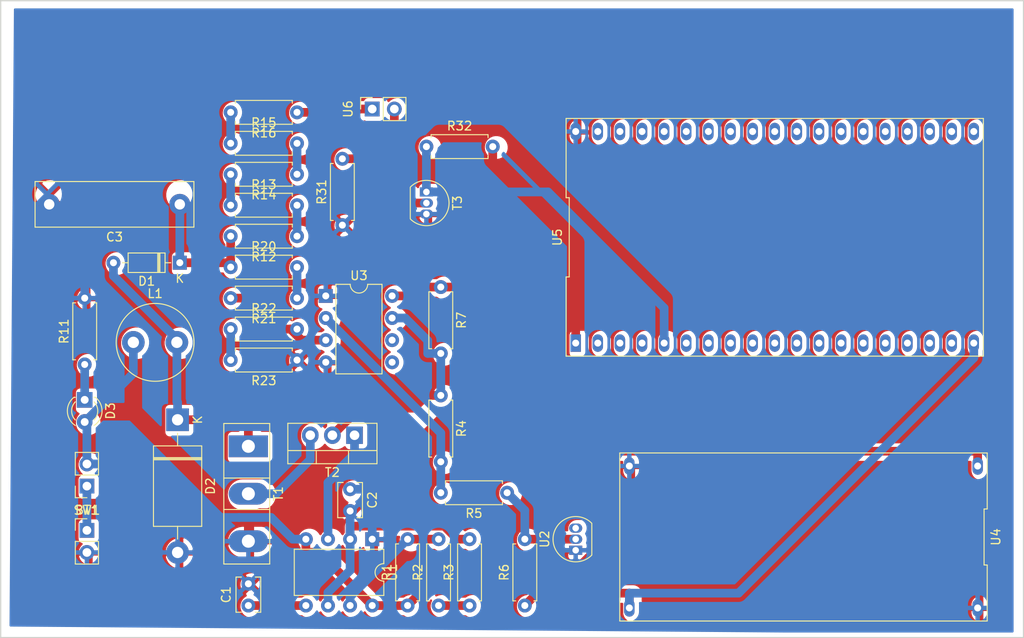
<source format=kicad_pcb>
(kicad_pcb (version 20171130) (host pcbnew "(5.1.9)-1")
  (layers (0 F.Cu signal) (31 B.Cu signal) (34 B.Paste user) (35 F.Paste user) (36 B.SilkS user) (37 F.SilkS user) (38 B.Mask user) (39 F.Mask user) (44 Edge.Cuts user))
  (net 0 "")
  (net 1 GND)
  (net 2 "Net-(BT1-Pad1)")
  (net 3 "Net-(C1-Pad1)")
  (net 4 "Net-(C2-Pad2)")
  (net 5 "Net-(C3-Pad1)")
  (net 6 "Net-(D1-Pad2)")
  (net 7 +8V)
  (net 8 "Net-(D3-Pad1)")
  (net 9 "Net-(R1-Pad2)")
  (net 10 "Net-(R2-Pad1)")
  (net 11 "Net-(R4-Pad2)")
  (net 12 "Net-(R4-Pad1)")
  (net 13 "Net-(R5-Pad1)")
  (net 14 +5V)
  (net 15 "Net-(R12-Pad1)")
  (net 16 "Net-(R13-Pad1)")
  (net 17 "Net-(R14-Pad1)")
  (net 18 "Net-(R15-Pad1)")
  (net 19 "Net-(R16-Pad1)")
  (net 20 "Net-(R20-Pad2)")
  (net 21 "Net-(R21-Pad2)")
  (net 22 "Net-(R22-Pad1)")
  (net 23 "Net-(R31-Pad2)")
  (net 24 "Net-(R32-Pad2)")
  (net 25 "Net-(R32-Pad1)")
  (net 26 "Net-(T1-Pad2)")
  (net 27 "Net-(T2-Pad1)")
  (net 28 "Net-(U3-Pad6)")
  (net 29 "Net-(U3-Pad5)")
  (net 30 "Net-(U5-Pad20)")
  (net 31 "Net-(U5-Pad18)")
  (net 32 "Net-(U5-Pad21)")
  (net 33 "Net-(U5-Pad17)")
  (net 34 "Net-(U5-Pad22)")
  (net 35 "Net-(U5-Pad16)")
  (net 36 "Net-(U5-Pad23)")
  (net 37 "Net-(U5-Pad15)")
  (net 38 "Net-(U5-Pad24)")
  (net 39 "Net-(U5-Pad14)")
  (net 40 "Net-(U5-Pad25)")
  (net 41 "Net-(U5-Pad13)")
  (net 42 "Net-(U5-Pad26)")
  (net 43 "Net-(U5-Pad12)")
  (net 44 "Net-(U5-Pad27)")
  (net 45 "Net-(U5-Pad11)")
  (net 46 "Net-(U5-Pad28)")
  (net 47 "Net-(U5-Pad10)")
  (net 48 "Net-(U5-Pad29)")
  (net 49 "Net-(U5-Pad9)")
  (net 50 "Net-(U5-Pad30)")
  (net 51 "Net-(U5-Pad8)")
  (net 52 "Net-(U5-Pad31)")
  (net 53 "Net-(U5-Pad7)")
  (net 54 "Net-(U5-Pad32)")
  (net 55 "Net-(U5-Pad6)")
  (net 56 "Net-(U5-Pad33)")
  (net 57 "Net-(U5-Pad34)")
  (net 58 "Net-(U5-Pad4)")
  (net 59 "Net-(U5-Pad35)")
  (net 60 "Net-(U5-Pad3)")
  (net 61 "Net-(U5-Pad36)")
  (net 62 "Net-(U5-Pad2)")
  (net 63 "Net-(U5-Pad37)")
  (module Resistor_THT:R_Axial_DIN0207_L6.3mm_D2.5mm_P7.62mm_Horizontal (layer F.Cu) (at 51.816 165.862 180)
    (fp_text reference R23 (at 3.81 -2.37) (layer F.SilkS))
    (fp_text value 3.3k)
    (pad 2 thru_hole oval (at 7.62 0 180) (size 1.6 1.6) (drill 0.8) (layers *.Cu *.Mask) (net 22 "Net-(R22-Pad1)"))
    (pad 1 thru_hole circle (at 0 0 180) (size 1.6 1.6) (drill 0.8) (layers *.Cu *.Mask) (net 1 GND))
  )
  (module Connector_PinSocket_2.54mm:PinSocket_1x02_P2.54mm_Vertical (layer F.Cu) (at 60.452 137.033 90)
    (fp_text reference U6 (at 0 -2.77 90) (layer F.SilkS))
    (fp_text value GEIGERTUBE-STS6)
    (pad 2 thru_hole oval (at 0 2.54 90) (size 1.7 1.7) (drill 1) (layers *.Cu *.Mask) (net 23 "Net-(R31-Pad2)"))
    (pad 1 thru_hole rect (at 0 0 90) (size 1.7 1.7) (drill 1) (layers *.Cu *.Mask) (net 19 "Net-(R16-Pad1)"))
  )
  (module geiger:nodemcu32_zwyczajowy (layer F.Cu) (at 106.68 151.765)
    (fp_text reference U5 (at -24.96 0 90) (layer F.SilkS))
    (fp_text value nodemcu-esp32)
    (pad 19 thru_hole oval (at 22.86 12.15) (size 1.2 2) (drill 0.8) (layers *.Cu *.Mask) (net 14 +5V))
    (pad 20 thru_hole oval (at 22.86 -12.15) (size 1.2 2) (drill 0.8) (layers *.Cu *.Mask) (net 30 "Net-(U5-Pad20)"))
    (pad 18 thru_hole oval (at 20.32 12.15) (size 1.2 2) (drill 0.8) (layers *.Cu *.Mask) (net 31 "Net-(U5-Pad18)"))
    (pad 21 thru_hole oval (at 20.32 -12.15) (size 1.2 2) (drill 0.8) (layers *.Cu *.Mask) (net 32 "Net-(U5-Pad21)"))
    (pad 17 thru_hole oval (at 17.78 12.15) (size 1.2 2) (drill 0.8) (layers *.Cu *.Mask) (net 33 "Net-(U5-Pad17)"))
    (pad 22 thru_hole oval (at 17.78 -12.15) (size 1.2 2) (drill 0.8) (layers *.Cu *.Mask) (net 34 "Net-(U5-Pad22)"))
    (pad 16 thru_hole oval (at 15.24 12.15) (size 1.2 2) (drill 0.8) (layers *.Cu *.Mask) (net 35 "Net-(U5-Pad16)"))
    (pad 23 thru_hole oval (at 15.24 -12.15) (size 1.2 2) (drill 0.8) (layers *.Cu *.Mask) (net 36 "Net-(U5-Pad23)"))
    (pad 15 thru_hole oval (at 12.7 12.15) (size 1.2 2) (drill 0.8) (layers *.Cu *.Mask) (net 37 "Net-(U5-Pad15)"))
    (pad 24 thru_hole oval (at 12.7 -12.15) (size 1.2 2) (drill 0.8) (layers *.Cu *.Mask) (net 38 "Net-(U5-Pad24)"))
    (pad 14 thru_hole oval (at 10.16 12.15) (size 1.2 2) (drill 0.8) (layers *.Cu *.Mask) (net 39 "Net-(U5-Pad14)"))
    (pad 25 thru_hole oval (at 10.16 -12.15) (size 1.2 2) (drill 0.8) (layers *.Cu *.Mask) (net 40 "Net-(U5-Pad25)"))
    (pad 13 thru_hole oval (at 7.62 12.15) (size 1.2 2) (drill 0.8) (layers *.Cu *.Mask) (net 41 "Net-(U5-Pad13)"))
    (pad 26 thru_hole oval (at 7.62 -12.15) (size 1.2 2) (drill 0.8) (layers *.Cu *.Mask) (net 42 "Net-(U5-Pad26)"))
    (pad 12 thru_hole oval (at 5.08 12.15) (size 1.2 2) (drill 0.8) (layers *.Cu *.Mask) (net 43 "Net-(U5-Pad12)"))
    (pad 27 thru_hole oval (at 5.08 -12.15) (size 1.2 2) (drill 0.8) (layers *.Cu *.Mask) (net 44 "Net-(U5-Pad27)"))
    (pad 11 thru_hole oval (at 2.54 12.15) (size 1.2 2) (drill 0.8) (layers *.Cu *.Mask) (net 45 "Net-(U5-Pad11)"))
    (pad 28 thru_hole oval (at 2.54 -12.15) (size 1.2 2) (drill 0.8) (layers *.Cu *.Mask) (net 46 "Net-(U5-Pad28)"))
    (pad 10 thru_hole oval (at 0 12.15) (size 1.2 2) (drill 0.8) (layers *.Cu *.Mask) (net 47 "Net-(U5-Pad10)"))
    (pad 29 thru_hole oval (at 0 -12.15) (size 1.2 2) (drill 0.8) (layers *.Cu *.Mask) (net 48 "Net-(U5-Pad29)"))
    (pad 9 thru_hole oval (at -2.54 12.15) (size 1.2 2) (drill 0.8) (layers *.Cu *.Mask) (net 49 "Net-(U5-Pad9)"))
    (pad 30 thru_hole oval (at -2.54 -12.15) (size 1.2 2) (drill 0.8) (layers *.Cu *.Mask) (net 50 "Net-(U5-Pad30)"))
    (pad 8 thru_hole oval (at -5.08 12.15) (size 1.2 2) (drill 0.8) (layers *.Cu *.Mask) (net 51 "Net-(U5-Pad8)"))
    (pad 31 thru_hole oval (at -5.08 -12.15) (size 1.2 2) (drill 0.8) (layers *.Cu *.Mask) (net 52 "Net-(U5-Pad31)"))
    (pad 7 thru_hole oval (at -7.62 12.15) (size 1.2 2) (drill 0.8) (layers *.Cu *.Mask) (net 53 "Net-(U5-Pad7)"))
    (pad 32 thru_hole oval (at -7.62 -12.15) (size 1.2 2) (drill 0.8) (layers *.Cu *.Mask) (net 54 "Net-(U5-Pad32)"))
    (pad 6 thru_hole oval (at -10.16 12.15) (size 1.2 2) (drill 0.8) (layers *.Cu *.Mask) (net 55 "Net-(U5-Pad6)"))
    (pad 33 thru_hole oval (at -10.16 -12.15) (size 1.2 2) (drill 0.8) (layers *.Cu *.Mask) (net 56 "Net-(U5-Pad33)"))
    (pad 5 thru_hole oval (at -12.7 12.15) (size 1.2 2) (drill 0.8) (layers *.Cu *.Mask) (net 25 "Net-(R32-Pad1)"))
    (pad 34 thru_hole oval (at -12.7 -12.15) (size 1.2 2) (drill 0.8) (layers *.Cu *.Mask) (net 57 "Net-(U5-Pad34)"))
    (pad 4 thru_hole oval (at -15.24 12.15) (size 1.2 2) (drill 0.8) (layers *.Cu *.Mask) (net 58 "Net-(U5-Pad4)"))
    (pad 35 thru_hole oval (at -15.24 -12.15) (size 1.2 2) (drill 0.8) (layers *.Cu *.Mask) (net 59 "Net-(U5-Pad35)"))
    (pad 3 thru_hole oval (at -17.78 12.15) (size 1.2 2) (drill 0.8) (layers *.Cu *.Mask) (net 60 "Net-(U5-Pad3)"))
    (pad 36 thru_hole oval (at -17.78 -12.15) (size 1.2 2) (drill 0.8) (layers *.Cu *.Mask) (net 61 "Net-(U5-Pad36)"))
    (pad 2 thru_hole oval (at -20.32 12.15) (size 1.2 2) (drill 0.8) (layers *.Cu *.Mask) (net 62 "Net-(U5-Pad2)"))
    (pad 37 thru_hole oval (at -20.32 -12.15) (size 1.2 2) (drill 0.8) (layers *.Cu *.Mask) (net 63 "Net-(U5-Pad37)"))
    (pad 1 thru_hole rect (at -22.86 12.15) (size 1.2 2) (drill 0.8) (layers *.Cu *.Mask) (net 24 "Net-(R32-Pad2)"))
    (pad 38 thru_hole oval (at -22.86 -12.15) (size 1.2 2) (drill 0.8) (layers *.Cu *.Mask) (net 1 GND))
  )
  (module geiger:DIP-4_641_ELL (layer F.Cu) (at 109.982 186.182 180)
    (fp_text reference U4 (at -22.1 0 90) (layer F.SilkS))
    (fp_text value STEP-DOWN-5V)
    (pad 2 thru_hole oval (at 20 8.15 180) (size 1.2 2) (drill 0.8) (layers *.Cu *.Mask) (net 1 GND))
    (pad 3 thru_hole oval (at 20 -8.15 180) (size 1.2 2) (drill 0.8) (layers *.Cu *.Mask) (net 14 +5V))
    (pad 1 thru_hole oval (at -20 8.15 180) (size 1.2 2) (drill 0.8) (layers *.Cu *.Mask) (net 7 +8V))
    (pad 4 thru_hole oval (at -20 -8.15 180) (size 1.2 2) (drill 0.8) (layers *.Cu *.Mask) (net 1 GND))
  )
  (module Package_DIP:DIP-8_W7.62mm (layer F.Cu) (at 55.118 158.496)
    (fp_text reference U3 (at 3.81 -2.33) (layer F.SilkS))
    (fp_text value LM311)
    (pad 8 thru_hole oval (at 7.62 0) (size 1.6 1.6) (drill 0.8) (layers *.Cu *.Mask) (net 7 +8V))
    (pad 4 thru_hole oval (at 0 7.62) (size 1.6 1.6) (drill 0.8) (layers *.Cu *.Mask) (net 1 GND))
    (pad 7 thru_hole oval (at 7.62 2.54) (size 1.6 1.6) (drill 0.8) (layers *.Cu *.Mask) (net 12 "Net-(R4-Pad1)"))
    (pad 3 thru_hole oval (at 0 5.08) (size 1.6 1.6) (drill 0.8) (layers *.Cu *.Mask) (net 21 "Net-(R21-Pad2)"))
    (pad 6 thru_hole oval (at 7.62 5.08) (size 1.6 1.6) (drill 0.8) (layers *.Cu *.Mask) (net 28 "Net-(U3-Pad6)"))
    (pad 2 thru_hole oval (at 0 2.54) (size 1.6 1.6) (drill 0.8) (layers *.Cu *.Mask) (net 11 "Net-(R4-Pad2)"))
    (pad 5 thru_hole oval (at 7.62 7.62) (size 1.6 1.6) (drill 0.8) (layers *.Cu *.Mask) (net 29 "Net-(U3-Pad5)"))
    (pad 1 thru_hole rect (at 0 0) (size 1.6 1.6) (drill 0.8) (layers *.Cu *.Mask) (net 1 GND))
  )
  (module Package_TO_SOT_THT:TO-92_Inline (layer F.Cu) (at 83.82 187.706 90)
    (fp_text reference U2 (at 1.27 -3.56 90) (layer F.SilkS))
    (fp_text value LM336Z25)
    (pad 1 thru_hole rect (at 0 0 90) (size 1.05 1.5) (drill 0.75) (layers *.Cu *.Mask) (net 1 GND))
    (pad 3 thru_hole oval (at 2.54 0 90) (size 1.05 1.5) (drill 0.75) (layers *.Cu *.Mask))
    (pad 2 thru_hole oval (at 1.27 0 90) (size 1.05 1.5) (drill 0.75) (layers *.Cu *.Mask) (net 13 "Net-(R5-Pad1)"))
  )
  (module Package_DIP:DIP-8_W7.62mm (layer F.Cu) (at 60.452 186.436 270)
    (fp_text reference U1 (at 3.81 -2.33 90) (layer F.SilkS))
    (fp_text value NE555P)
    (pad 8 thru_hole oval (at 7.62 0 270) (size 1.6 1.6) (drill 0.8) (layers *.Cu *.Mask) (net 7 +8V))
    (pad 4 thru_hole oval (at 0 7.62 270) (size 1.6 1.6) (drill 0.8) (layers *.Cu *.Mask) (net 7 +8V))
    (pad 7 thru_hole oval (at 7.62 2.54 270) (size 1.6 1.6) (drill 0.8) (layers *.Cu *.Mask) (net 9 "Net-(R1-Pad2)"))
    (pad 3 thru_hole oval (at 0 5.08 270) (size 1.6 1.6) (drill 0.8) (layers *.Cu *.Mask) (net 27 "Net-(T2-Pad1)"))
    (pad 6 thru_hole oval (at 7.62 5.08 270) (size 1.6 1.6) (drill 0.8) (layers *.Cu *.Mask) (net 4 "Net-(C2-Pad2)"))
    (pad 2 thru_hole oval (at 0 2.54 270) (size 1.6 1.6) (drill 0.8) (layers *.Cu *.Mask) (net 4 "Net-(C2-Pad2)"))
    (pad 5 thru_hole oval (at 7.62 7.62 270) (size 1.6 1.6) (drill 0.8) (layers *.Cu *.Mask) (net 3 "Net-(C1-Pad1)"))
    (pad 1 thru_hole rect (at 0 0 270) (size 1.6 1.6) (drill 0.8) (layers *.Cu *.Mask) (net 1 GND))
  )
  (module Package_TO_SOT_THT:TO-92_Inline (layer F.Cu) (at 66.675 146.558 270)
    (fp_text reference T3 (at 1.27 -3.56 90) (layer F.SilkS))
    (fp_text value BC517)
    (pad 1 thru_hole rect (at 0 0 270) (size 1.05 1.5) (drill 0.75) (layers *.Cu *.Mask) (net 25 "Net-(R32-Pad1)"))
    (pad 3 thru_hole oval (at 2.54 0 270) (size 1.05 1.5) (drill 0.75) (layers *.Cu *.Mask) (net 1 GND))
    (pad 2 thru_hole oval (at 1.27 0 270) (size 1.05 1.5) (drill 0.75) (layers *.Cu *.Mask) (net 23 "Net-(R31-Pad2)"))
  )
  (module Package_TO_SOT_THT:TO-220-3_Vertical (layer F.Cu) (at 58.42 174.498 180)
    (fp_text reference T2 (at 2.54 -4.27) (layer F.SilkS))
    (fp_text value P55NF06)
    (pad 3 thru_hole oval (at 5.08 0 180) (size 1.905 2) (drill 1.1) (layers *.Cu *.Mask) (net 26 "Net-(T1-Pad2)"))
    (pad 2 thru_hole oval (at 2.54 0 180) (size 1.905 2) (drill 1.1) (layers *.Cu *.Mask) (net 12 "Net-(R4-Pad1)"))
    (pad 1 thru_hole rect (at 0 0 180) (size 1.905 2) (drill 1.1) (layers *.Cu *.Mask) (net 27 "Net-(T2-Pad1)"))
  )
  (module Package_TO_SOT_THT:TO-247-3_Vertical (layer F.Cu) (at 46.228 175.768 270)
    (fp_text reference T1 (at 5.45 -3.45 90) (layer F.SilkS))
    (fp_text value IRFP450)
    (pad 3 thru_hole oval (at 10.9 0 270) (size 2.5 4.5) (drill 1.5) (layers *.Cu *.Mask) (net 1 GND))
    (pad 2 thru_hole oval (at 5.45 0 270) (size 2.5 4.5) (drill 1.5) (layers *.Cu *.Mask) (net 26 "Net-(T1-Pad2)"))
    (pad 1 thru_hole rect (at 0 0 270) (size 2.5 4.5) (drill 1.5) (layers *.Cu *.Mask) (net 6 "Net-(D1-Pad2)"))
  )
  (module Connector_PinSocket_2.54mm:PinSocket_1x02_P2.54mm_Vertical (layer F.Cu) (at 27.686 180.34 180)
    (fp_text reference SW1 (at 0 -2.77) (layer F.SilkS))
    (fp_text value SW_SPST)
    (pad 2 thru_hole oval (at 0 2.54 180) (size 1.7 1.7) (drill 1) (layers *.Cu *.Mask) (net 7 +8V))
    (pad 1 thru_hole rect (at 0 0 180) (size 1.7 1.7) (drill 1) (layers *.Cu *.Mask) (net 2 "Net-(BT1-Pad1)"))
  )
  (module Resistor_THT:R_Axial_DIN0207_L6.3mm_D2.5mm_P7.62mm_Horizontal (layer F.Cu) (at 66.675 141.351)
    (fp_text reference R32 (at 3.81 -2.37) (layer F.SilkS))
    (fp_text value 1K)
    (pad 2 thru_hole oval (at 7.62 0) (size 1.6 1.6) (drill 0.8) (layers *.Cu *.Mask) (net 24 "Net-(R32-Pad2)"))
    (pad 1 thru_hole circle (at 0 0) (size 1.6 1.6) (drill 0.8) (layers *.Cu *.Mask) (net 25 "Net-(R32-Pad1)"))
  )
  (module Resistor_THT:R_Axial_DIN0207_L6.3mm_D2.5mm_P7.62mm_Horizontal (layer F.Cu) (at 57.023 150.368 90)
    (fp_text reference R31 (at 3.81 -2.37 90) (layer F.SilkS))
    (fp_text value 100k)
    (pad 2 thru_hole oval (at 7.62 0 90) (size 1.6 1.6) (drill 0.8) (layers *.Cu *.Mask) (net 23 "Net-(R31-Pad2)"))
    (pad 1 thru_hole circle (at 0 0 90) (size 1.6 1.6) (drill 0.8) (layers *.Cu *.Mask) (net 1 GND))
  )
  (module Resistor_THT:R_Axial_DIN0207_L6.3mm_D2.5mm_P7.62mm_Horizontal (layer F.Cu) (at 44.196 162.306)
    (fp_text reference R22 (at 3.81 -2.37) (layer F.SilkS))
    (fp_text value 3.3k)
    (pad 2 thru_hole oval (at 7.62 0) (size 1.6 1.6) (drill 0.8) (layers *.Cu *.Mask) (net 21 "Net-(R21-Pad2)"))
    (pad 1 thru_hole circle (at 0 0) (size 1.6 1.6) (drill 0.8) (layers *.Cu *.Mask) (net 22 "Net-(R22-Pad1)"))
  )
  (module Resistor_THT:R_Axial_DIN0207_L6.3mm_D2.5mm_P7.62mm_Horizontal (layer F.Cu) (at 51.816 158.75 180)
    (fp_text reference R21 (at 3.81 -2.37) (layer F.SilkS))
    (fp_text value 100k)
    (pad 2 thru_hole oval (at 7.62 0 180) (size 1.6 1.6) (drill 0.8) (layers *.Cu *.Mask) (net 21 "Net-(R21-Pad2)"))
    (pad 1 thru_hole circle (at 0 0 180) (size 1.6 1.6) (drill 0.8) (layers *.Cu *.Mask) (net 20 "Net-(R20-Pad2)"))
  )
  (module Resistor_THT:R_Axial_DIN0207_L6.3mm_D2.5mm_P7.62mm_Horizontal (layer F.Cu) (at 44.196 155.194)
    (fp_text reference R20 (at 3.81 -2.37) (layer F.SilkS))
    (fp_text value 1M)
    (pad 2 thru_hole oval (at 7.62 0) (size 1.6 1.6) (drill 0.8) (layers *.Cu *.Mask) (net 20 "Net-(R20-Pad2)"))
    (pad 1 thru_hole circle (at 0 0) (size 1.6 1.6) (drill 0.8) (layers *.Cu *.Mask) (net 5 "Net-(C3-Pad1)"))
  )
  (module Resistor_THT:R_Axial_DIN0207_L6.3mm_D2.5mm_P7.62mm_Horizontal (layer F.Cu) (at 51.816 137.414 180)
    (fp_text reference R16 (at 3.81 -2.37) (layer F.SilkS))
    (fp_text value 1M)
    (pad 2 thru_hole oval (at 7.62 0 180) (size 1.6 1.6) (drill 0.8) (layers *.Cu *.Mask) (net 18 "Net-(R15-Pad1)"))
    (pad 1 thru_hole circle (at 0 0 180) (size 1.6 1.6) (drill 0.8) (layers *.Cu *.Mask) (net 19 "Net-(R16-Pad1)"))
  )
  (module Resistor_THT:R_Axial_DIN0207_L6.3mm_D2.5mm_P7.62mm_Horizontal (layer F.Cu) (at 44.196 140.97)
    (fp_text reference R15 (at 3.81 -2.37) (layer F.SilkS))
    (fp_text value 1M)
    (pad 2 thru_hole oval (at 7.62 0) (size 1.6 1.6) (drill 0.8) (layers *.Cu *.Mask) (net 17 "Net-(R14-Pad1)"))
    (pad 1 thru_hole circle (at 0 0) (size 1.6 1.6) (drill 0.8) (layers *.Cu *.Mask) (net 18 "Net-(R15-Pad1)"))
  )
  (module Resistor_THT:R_Axial_DIN0207_L6.3mm_D2.5mm_P7.62mm_Horizontal (layer F.Cu) (at 51.816 144.526 180)
    (fp_text reference R14 (at 3.81 -2.37) (layer F.SilkS))
    (fp_text value 1M)
    (pad 2 thru_hole oval (at 7.62 0 180) (size 1.6 1.6) (drill 0.8) (layers *.Cu *.Mask) (net 16 "Net-(R13-Pad1)"))
    (pad 1 thru_hole circle (at 0 0 180) (size 1.6 1.6) (drill 0.8) (layers *.Cu *.Mask) (net 17 "Net-(R14-Pad1)"))
  )
  (module Resistor_THT:R_Axial_DIN0207_L6.3mm_D2.5mm_P7.62mm_Horizontal (layer F.Cu) (at 44.196 148.082)
    (fp_text reference R13 (at 3.81 -2.37) (layer F.SilkS))
    (fp_text value 1M)
    (pad 2 thru_hole oval (at 7.62 0) (size 1.6 1.6) (drill 0.8) (layers *.Cu *.Mask) (net 15 "Net-(R12-Pad1)"))
    (pad 1 thru_hole circle (at 0 0) (size 1.6 1.6) (drill 0.8) (layers *.Cu *.Mask) (net 16 "Net-(R13-Pad1)"))
  )
  (module Resistor_THT:R_Axial_DIN0207_L6.3mm_D2.5mm_P7.62mm_Horizontal (layer F.Cu) (at 51.816 151.638 180)
    (fp_text reference R12 (at 3.81 -2.37) (layer F.SilkS))
    (fp_text value 1M)
    (pad 2 thru_hole oval (at 7.62 0 180) (size 1.6 1.6) (drill 0.8) (layers *.Cu *.Mask) (net 5 "Net-(C3-Pad1)"))
    (pad 1 thru_hole circle (at 0 0 180) (size 1.6 1.6) (drill 0.8) (layers *.Cu *.Mask) (net 15 "Net-(R12-Pad1)"))
  )
  (module Resistor_THT:R_Axial_DIN0207_L6.3mm_D2.5mm_P7.62mm_Horizontal (layer F.Cu) (at 27.432 166.37 90)
    (fp_text reference R11 (at 3.81 -2.37 90) (layer F.SilkS))
    (fp_text value 20k)
    (pad 2 thru_hole oval (at 7.62 0 90) (size 1.6 1.6) (drill 0.8) (layers *.Cu *.Mask) (net 1 GND))
    (pad 1 thru_hole circle (at 0 0 90) (size 1.6 1.6) (drill 0.8) (layers *.Cu *.Mask) (net 8 "Net-(D3-Pad1)"))
  )
  (module Resistor_THT:R_Axial_DIN0207_L6.3mm_D2.5mm_P7.62mm_Horizontal (layer F.Cu) (at 68.326 157.48 270)
    (fp_text reference R7 (at 3.81 -2.37 90) (layer F.SilkS))
    (fp_text value 1k)
    (pad 2 thru_hole oval (at 7.62 0 270) (size 1.6 1.6) (drill 0.8) (layers *.Cu *.Mask) (net 12 "Net-(R4-Pad1)"))
    (pad 1 thru_hole circle (at 0 0 270) (size 1.6 1.6) (drill 0.8) (layers *.Cu *.Mask) (net 7 +8V))
  )
  (module Resistor_THT:R_Axial_DIN0207_L6.3mm_D2.5mm_P7.62mm_Horizontal (layer F.Cu) (at 77.978 194.056 90)
    (fp_text reference R6 (at 3.81 -2.37 90) (layer F.SilkS))
    (fp_text value 10k)
    (pad 2 thru_hole oval (at 7.62 0 90) (size 1.6 1.6) (drill 0.8) (layers *.Cu *.Mask) (net 13 "Net-(R5-Pad1)"))
    (pad 1 thru_hole circle (at 0 0 90) (size 1.6 1.6) (drill 0.8) (layers *.Cu *.Mask) (net 14 +5V))
  )
  (module Resistor_THT:R_Axial_DIN0207_L6.3mm_D2.5mm_P7.62mm_Horizontal (layer F.Cu) (at 75.946 181.102 180)
    (fp_text reference R5 (at 3.81 -2.37) (layer F.SilkS))
    (fp_text value 5k)
    (pad 2 thru_hole oval (at 7.62 0 180) (size 1.6 1.6) (drill 0.8) (layers *.Cu *.Mask) (net 11 "Net-(R4-Pad2)"))
    (pad 1 thru_hole circle (at 0 0 180) (size 1.6 1.6) (drill 0.8) (layers *.Cu *.Mask) (net 13 "Net-(R5-Pad1)"))
  )
  (module Resistor_THT:R_Axial_DIN0207_L6.3mm_D2.5mm_P7.62mm_Horizontal (layer F.Cu) (at 68.326 169.926 270)
    (fp_text reference R4 (at 3.81 -2.37 90) (layer F.SilkS))
    (fp_text value 1M)
    (pad 2 thru_hole oval (at 7.62 0 270) (size 1.6 1.6) (drill 0.8) (layers *.Cu *.Mask) (net 11 "Net-(R4-Pad2)"))
    (pad 1 thru_hole circle (at 0 0 270) (size 1.6 1.6) (drill 0.8) (layers *.Cu *.Mask) (net 12 "Net-(R4-Pad1)"))
  )
  (module Resistor_THT:R_Axial_DIN0207_L6.3mm_D2.5mm_P7.62mm_Horizontal (layer F.Cu) (at 71.628 194.056 90)
    (fp_text reference R3 (at 3.81 -2.37 90) (layer F.SilkS))
    (fp_text value 1k)
    (pad 2 thru_hole oval (at 7.62 0 90) (size 1.6 1.6) (drill 0.8) (layers *.Cu *.Mask) (net 4 "Net-(C2-Pad2)"))
    (pad 1 thru_hole circle (at 0 0 90) (size 1.6 1.6) (drill 0.8) (layers *.Cu *.Mask) (net 10 "Net-(R2-Pad1)"))
  )
  (module Resistor_THT:R_Axial_DIN0207_L6.3mm_D2.5mm_P7.62mm_Horizontal (layer F.Cu) (at 68.072 194.056 90)
    (fp_text reference R2 (at 3.81 -2.37 90) (layer F.SilkS))
    (fp_text value 470)
    (pad 2 thru_hole oval (at 7.62 0 90) (size 1.6 1.6) (drill 0.8) (layers *.Cu *.Mask) (net 9 "Net-(R1-Pad2)"))
    (pad 1 thru_hole circle (at 0 0 90) (size 1.6 1.6) (drill 0.8) (layers *.Cu *.Mask) (net 10 "Net-(R2-Pad1)"))
  )
  (module Resistor_THT:R_Axial_DIN0207_L6.3mm_D2.5mm_P7.62mm_Horizontal (layer F.Cu) (at 64.516 194.056 90)
    (fp_text reference R1 (at 3.81 -2.37 90) (layer F.SilkS))
    (fp_text value 47k)
    (pad 2 thru_hole oval (at 7.62 0 90) (size 1.6 1.6) (drill 0.8) (layers *.Cu *.Mask) (net 9 "Net-(R1-Pad2)"))
    (pad 1 thru_hole circle (at 0 0 90) (size 1.6 1.6) (drill 0.8) (layers *.Cu *.Mask) (net 7 +8V))
  )
  (module Inductor_THT:L_Radial_D8.7mm_P5.00mm_Fastron_07HCP (layer F.Cu) (at 33.02 163.83)
    (fp_text reference L1 (at 2.5 -5.6) (layer F.SilkS))
    (fp_text value 1mh)
    (pad 2 thru_hole circle (at 5 0) (size 2.6 2.6) (drill 1.3) (layers *.Cu *.Mask) (net 6 "Net-(D1-Pad2)"))
    (pad 1 thru_hole circle (at 0 0) (size 2.6 2.6) (drill 1.3) (layers *.Cu *.Mask) (net 7 +8V))
  )
  (module LED_THT:LED_D3.0mm (layer F.Cu) (at 27.432 170.434 270)
    (fp_text reference D3 (at 1.27 -2.96 90) (layer F.SilkS))
    (fp_text value LED)
    (pad 2 thru_hole circle (at 2.54 0 270) (size 1.8 1.8) (drill 0.9) (layers *.Cu *.Mask) (net 7 +8V))
    (pad 1 thru_hole rect (at 0 0 270) (size 1.8 1.8) (drill 0.9) (layers *.Cu *.Mask) (net 8 "Net-(D3-Pad1)"))
  )
  (module Diode_THT:D_DO-201AE_P15.24mm_Horizontal (layer F.Cu) (at 38.1 172.72 270)
    (fp_text reference D2 (at 7.62 -3.77 90) (layer F.SilkS))
    (fp_text value 1.5KE440A)
    (fp_text user K (at 0 -2.3 90) (layer F.SilkS))
    (pad 2 thru_hole oval (at 15.24 0 270) (size 2.6 2.6) (drill 1.3) (layers *.Cu *.Mask) (net 1 GND))
    (pad 1 thru_hole rect (at 0 0 270) (size 2.6 2.6) (drill 1.3) (layers *.Cu *.Mask) (net 6 "Net-(D1-Pad2)"))
  )
  (module Diode_THT:D_DO-35_SOD27_P7.62mm_Horizontal (layer F.Cu) (at 38.354 154.686 180)
    (fp_text reference D1 (at 3.81 -2.12) (layer F.SilkS))
    (fp_text value "MUR160 600V")
    (fp_text user K (at 0 -1.8) (layer F.SilkS))
    (pad 2 thru_hole oval (at 7.62 0 180) (size 1.6 1.6) (drill 0.8) (layers *.Cu *.Mask) (net 6 "Net-(D1-Pad2)"))
    (pad 1 thru_hole rect (at 0 0 180) (size 1.6 1.6) (drill 0.8) (layers *.Cu *.Mask) (net 5 "Net-(C3-Pad1)"))
  )
  (module Capacitor_THT:C_Rect_L18.0mm_W5.0mm_P15.00mm_FKS3_FKP3 (layer F.Cu) (at 38.354 147.9804 180)
    (fp_text reference C3 (at 7.5 -3.75) (layer F.SilkS))
    (fp_text value 100n)
    (pad 2 thru_hole circle (at 15 0 180) (size 2.4 2.4) (drill 1.2) (layers *.Cu *.Mask) (net 1 GND))
    (pad 1 thru_hole circle (at 0 0 180) (size 2.4 2.4) (drill 1.2) (layers *.Cu *.Mask) (net 5 "Net-(C3-Pad1)"))
  )
  (module Capacitor_THT:C_Disc_D3.8mm_W2.6mm_P2.50mm (layer F.Cu) (at 57.912 180.6956 270)
    (fp_text reference C2 (at 1.25 -2.55 90) (layer F.SilkS))
    (fp_text value 1n)
    (pad 2 thru_hole circle (at 2.5 0 270) (size 1.6 1.6) (drill 0.8) (layers *.Cu *.Mask) (net 4 "Net-(C2-Pad2)"))
    (pad 1 thru_hole circle (at 0 0 270) (size 1.6 1.6) (drill 0.8) (layers *.Cu *.Mask) (net 1 GND))
  )
  (module Capacitor_THT:C_Disc_D3.8mm_W2.6mm_P2.50mm (layer F.Cu) (at 46.228 194.056 90)
    (fp_text reference C1 (at 1.25 -2.55 90) (layer F.SilkS))
    (fp_text value 10n)
    (pad 2 thru_hole circle (at 2.5 0 90) (size 1.6 1.6) (drill 0.8) (layers *.Cu *.Mask) (net 1 GND))
    (pad 1 thru_hole circle (at 0 0 90) (size 1.6 1.6) (drill 0.8) (layers *.Cu *.Mask) (net 3 "Net-(C1-Pad1)"))
  )
  (module Connector_PinHeader_2.54mm:PinHeader_1x02_P2.54mm_Vertical (layer F.Cu) (at 27.686 185.42)
    (fp_text reference BT1 (at 0 -2.33) (layer F.SilkS))
    (fp_text value "2X18650 series")
    (pad 2 thru_hole oval (at 0 2.54) (size 1.7 1.7) (drill 1) (layers *.Cu *.Mask) (net 1 GND))
    (pad 1 thru_hole rect (at 0 0) (size 1.7 1.7) (drill 1) (layers *.Cu *.Mask) (net 2 "Net-(BT1-Pad1)"))
  )
  (gr_line (start 17.78 124.587) (end 17.78 197.739) (layer Edge.Cuts) (width 0.15))
  (gr_line (start 135.128 124.587) (end 17.78 124.587) (layer Edge.Cuts) (width 0.15))
  (gr_line (start 135.255 197.739) (end 135.255 124.587) (layer Edge.Cuts) (width 0.15))
  (gr_line (start 17.78 197.739) (end 135.255 197.739) (layer Edge.Cuts) (width 0.15))
  (segment (start 51.6431 183.388) (end 57.912 183.388) (width 1) (layer F.Cu) (net 1))
  (segment (start 46.228 184.7177) (end 47.5577 183.388) (width 1) (layer F.Cu) (net 1))
  (segment (start 47.5577 183.388) (end 51.6431 183.388) (width 1) (layer F.Cu) (net 1))
  (segment (start 51.6431 166.0349) (end 51.816 165.862) (width 1) (layer F.Cu) (net 1))
  (segment (start 46.228 186.668) (end 46.228 184.7177) (width 1) (layer F.Cu) (net 1))
  (segment (start 57.0677 150.3233) (end 57.023 150.368) (width 1) (layer F.Cu) (net 1))
  (segment (start 23.3172 148.0172) (end 23.354 147.9804) (width 0.25) (layer B.Cu) (net 1))
  (segment (start 57.912 180.6956) (end 60.071 180.6956) (width 1) (layer B.Cu) (net 1))
  (segment (start 60.452 181.0766) (end 60.071 180.6956) (width 1) (layer B.Cu) (net 1))
  (segment (start 60.452 186.436) (end 60.452 181.0766) (width 1) (layer B.Cu) (net 1))
  (segment (start 23.354 147.9804) (end 23.354 151.8806) (width 1) (layer B.Cu) (net 1))
  (segment (start 27.432 155.9586) (end 23.354 151.8806) (width 1) (layer B.Cu) (net 1))
  (segment (start 27.432 158.75) (end 27.432 155.9586) (width 1) (layer B.Cu) (net 1))
  (segment (start 27.686 185.42) (end 27.686 180.34) (width 1) (layer B.Cu) (net 2))
  (segment (start 46.228 194.056) (end 52.832 194.056) (width 1) (layer F.Cu) (net 3))
  (segment (start 55.372 194.056) (end 55.372 192.5557) (width 1) (layer B.Cu) (net 4))
  (segment (start 55.372 192.5557) (end 57.912 190.0157) (width 1) (layer B.Cu) (net 4))
  (segment (start 57.912 190.0157) (end 57.912 186.436) (width 1) (layer B.Cu) (net 4))
  (segment (start 57.912 186.436) (end 57.912 184.9357) (width 1) (layer F.Cu) (net 4))
  (segment (start 71.628 186.436) (end 70.1277 186.436) (width 1) (layer F.Cu) (net 4))
  (segment (start 70.1277 186.436) (end 70.1277 186.3422) (width 1) (layer F.Cu) (net 4))
  (segment (start 70.1277 186.3422) (end 68.7212 184.9357) (width 1) (layer F.Cu) (net 4))
  (segment (start 68.7212 184.9357) (end 57.912 184.9357) (width 1) (layer F.Cu) (net 4))
  (segment (start 57.912 186.436) (end 57.912 183.1956) (width 1) (layer B.Cu) (net 4))
  (segment (start 38.354 154.686) (end 43.688 154.686) (width 1) (layer F.Cu) (net 5))
  (segment (start 44.196 155.194) (end 44.196 151.638) (width 1) (layer F.Cu) (net 5))
  (segment (start 44.196 155.194) (end 43.688 154.686) (width 1) (layer F.Cu) (net 5))
  (segment (start 38.354 154.686) (end 38.354 147.9804) (width 1) (layer B.Cu) (net 5))
  (segment (start 46.228 175.768) (end 46.228 173.8177) (width 1) (layer F.Cu) (net 6))
  (segment (start 38.1 172.72) (end 45.1303 172.72) (width 1) (layer F.Cu) (net 6))
  (segment (start 45.1303 172.72) (end 46.228 173.8177) (width 1) (layer F.Cu) (net 6))
  (segment (start 38.1 172.72) (end 38.1 170.7197) (width 1) (layer B.Cu) (net 6))
  (segment (start 38.1 170.7197) (end 38.02 170.6397) (width 1) (layer B.Cu) (net 6))
  (segment (start 38.02 170.6397) (end 38.02 163.83) (width 1) (layer B.Cu) (net 6))
  (segment (start 30.734 154.686) (end 30.734 156.1863) (width 1) (layer B.Cu) (net 6))
  (segment (start 30.734 156.1863) (end 38.02 163.4723) (width 1) (layer B.Cu) (net 6))
  (segment (start 38.02 163.4723) (end 38.02 163.83) (width 1) (layer B.Cu) (net 6))
  (segment (start 64.516 194.056) (end 61.9523 194.056) (width 1) (layer F.Cu) (net 7))
  (segment (start 87.1776 176.3317) (end 87.1776 186.6292) (width 1) (layer F.Cu) (net 7))
  (segment (start 87.1776 186.6292) (end 82.3755 191.4313) (width 1) (layer F.Cu) (net 7))
  (segment (start 82.3755 191.4313) (end 67.1407 191.4313) (width 1) (layer F.Cu) (net 7))
  (segment (start 67.1407 191.4313) (end 64.516 194.056) (width 1) (layer F.Cu) (net 7))
  (segment (start 60.452 194.056) (end 61.9523 194.056) (width 1) (layer F.Cu) (net 7))
  (segment (start 52.832 187.9363) (end 54.3323 187.9363) (width 1) (layer F.Cu) (net 7))
  (segment (start 54.3323 187.9363) (end 60.452 194.056) (width 1) (layer F.Cu) (net 7))
  (segment (start 87.1776 176.3317) (end 87.1776 176.3316) (width 1) (layer F.Cu) (net 7))
  (segment (start 87.1776 176.3317) (end 129.982 176.3317) (width 1) (layer F.Cu) (net 7))
  (segment (start 45.1659 183.943) (end 48.8387 183.943) (width 1) (layer B.Cu) (net 7))
  (segment (start 48.8387 183.943) (end 51.3317 186.436) (width 1) (layer B.Cu) (net 7))
  (segment (start 27.686 173.228) (end 27.686 177.8) (width 1) (layer B.Cu) (net 7))
  (segment (start 27.432 172.974) (end 27.686 173.228) (width 1) (layer B.Cu) (net 7))
  (segment (start 52.832 186.436) (end 51.3317 186.436) (width 1) (layer B.Cu) (net 7))
  (segment (start 129.982 178.032) (end 129.982 176.3317) (width 1) (layer F.Cu) (net 7))
  (segment (start 52.832 186.436) (end 52.832 187.9363) (width 1) (layer F.Cu) (net 7))
  (segment (start 62.738 158.496) (end 64.2383 158.496) (width 1) (layer F.Cu) (net 7))
  (segment (start 68.326 157.48) (end 65.2543 157.48) (width 1) (layer F.Cu) (net 7))
  (segment (start 65.2543 157.48) (end 64.2383 158.496) (width 1) (layer F.Cu) (net 7))
  (segment (start 87.1776 176.3317) (end 87.1776 172.801) (width 1) (layer F.Cu) (net 7))
  (segment (start 71.8566 157.48) (end 68.326 157.48) (width 1) (layer F.Cu) (net 7))
  (segment (start 87.1776 172.801) (end 71.8566 157.48) (width 1) (layer F.Cu) (net 7))
  (segment (start 45.1659 183.943) (end 39.036 183.943) (width 1) (layer B.Cu) (net 7))
  (segment (start 32.893 177.8) (end 27.686 177.8) (width 1) (layer B.Cu) (net 7))
  (segment (start 39.036 183.943) (end 32.893 177.8) (width 1) (layer B.Cu) (net 7))
  (segment (start 33.02 167.386) (end 27.432 172.974) (width 1) (layer B.Cu) (net 7))
  (segment (start 33.02 163.83) (end 33.02 167.386) (width 1) (layer B.Cu) (net 7))
  (segment (start 27.432 170.434) (end 27.432 166.37) (width 1) (layer B.Cu) (net 8))
  (segment (start 64.516 186.436) (end 68.072 186.436) (width 1) (layer F.Cu) (net 9))
  (segment (start 57.912 193.04) (end 57.912 194.056) (width 1) (layer B.Cu) (net 9))
  (segment (start 64.516 186.436) (end 57.912 193.04) (width 1) (layer B.Cu) (net 9))
  (segment (start 68.072 194.056) (end 71.628 194.056) (width 1) (layer F.Cu) (net 10))
  (segment (start 68.326 177.546) (end 68.326 174.244) (width 1) (layer B.Cu) (net 11))
  (segment (start 68.326 174.244) (end 55.118 161.036) (width 1) (layer B.Cu) (net 11))
  (segment (start 68.326 177.546) (end 68.326 181.102) (width 1) (layer B.Cu) (net 11))
  (segment (start 68.326 165.1) (end 66.8257 165.1) (width 1) (layer B.Cu) (net 12))
  (segment (start 66.8257 165.1) (end 66.8257 163.6234) (width 1) (layer B.Cu) (net 12))
  (segment (start 66.8257 163.6234) (end 64.2383 161.036) (width 1) (layer B.Cu) (net 12))
  (segment (start 68.326 169.926) (end 68.326 165.1) (width 1) (layer B.Cu) (net 12))
  (segment (start 62.738 161.036) (end 64.2383 161.036) (width 1) (layer B.Cu) (net 12))
  (segment (start 60.452 169.926) (end 55.88 174.498) (width 1) (layer F.Cu) (net 12))
  (segment (start 68.326 169.926) (end 60.452 169.926) (width 1) (layer F.Cu) (net 12))
  (segment (start 77.978 186.436) (end 83.82 186.436) (width 1) (layer F.Cu) (net 13))
  (segment (start 75.946 181.102) (end 77.978 183.134) (width 1) (layer B.Cu) (net 13))
  (segment (start 77.978 183.134) (end 77.978 186.436) (width 1) (layer B.Cu) (net 13))
  (segment (start 129.54 163.915) (end 129.54 165.6153) (width 1) (layer B.Cu) (net 14))
  (segment (start 89.982 194.332) (end 89.982 192.6317) (width 1) (layer B.Cu) (net 14))
  (segment (start 89.982 192.6317) (end 102.5236 192.6317) (width 1) (layer B.Cu) (net 14))
  (segment (start 102.5236 192.6317) (end 129.54 165.6153) (width 1) (layer B.Cu) (net 14))
  (segment (start 89.982 194.332) (end 89.982 192.6317) (width 1) (layer F.Cu) (net 14))
  (segment (start 77.978 194.056) (end 79.4023 192.6317) (width 1) (layer F.Cu) (net 14))
  (segment (start 79.4023 192.6317) (end 89.982 192.6317) (width 1) (layer F.Cu) (net 14))
  (segment (start 51.816 151.638) (end 51.816 148.082) (width 1) (layer B.Cu) (net 15))
  (segment (start 44.196 148.082) (end 44.196 144.526) (width 1) (layer B.Cu) (net 16))
  (segment (start 51.816 144.526) (end 51.816 140.97) (width 1) (layer B.Cu) (net 17))
  (segment (start 44.196 140.97) (end 44.196 137.414) (width 1) (layer B.Cu) (net 18))
  (segment (start 60.452 137.033) (end 58.9017 137.033) (width 1) (layer F.Cu) (net 19))
  (segment (start 51.816 137.414) (end 58.5207 137.414) (width 1) (layer F.Cu) (net 19))
  (segment (start 58.5207 137.414) (end 58.9017 137.033) (width 1) (layer F.Cu) (net 19))
  (segment (start 51.816 155.194) (end 51.816 158.75) (width 1) (layer B.Cu) (net 20))
  (segment (start 51.0659 162.306) (end 52.3359 163.576) (width 1) (layer F.Cu) (net 21))
  (segment (start 52.3359 163.576) (end 55.118 163.576) (width 1) (layer F.Cu) (net 21))
  (segment (start 51.0659 162.306) (end 50.3157 162.306) (width 1) (layer F.Cu) (net 21))
  (segment (start 51.816 162.306) (end 51.0659 162.306) (width 1) (layer F.Cu) (net 21))
  (segment (start 44.196 158.75) (end 46.7597 158.75) (width 1) (layer F.Cu) (net 21))
  (segment (start 46.7597 158.75) (end 50.3157 162.306) (width 1) (layer F.Cu) (net 21))
  (segment (start 44.196 162.306) (end 44.196 165.862) (width 1) (layer B.Cu) (net 22))
  (segment (start 62.992 140.5128) (end 62.992 137.033) (width 1) (layer F.Cu) (net 23))
  (segment (start 60.7568 142.748) (end 62.992 140.5128) (width 1) (layer F.Cu) (net 23))
  (segment (start 66.675 147.828) (end 62.4332 147.828) (width 1) (layer F.Cu) (net 23))
  (segment (start 59.3344 144.7292) (end 59.3344 142.748) (width 1) (layer F.Cu) (net 23))
  (segment (start 62.4332 147.828) (end 59.3344 144.7292) (width 1) (layer F.Cu) (net 23))
  (segment (start 59.3344 142.748) (end 60.7568 142.748) (width 1) (layer F.Cu) (net 23))
  (segment (start 57.023 142.748) (end 59.3344 142.748) (width 1) (layer F.Cu) (net 23))
  (segment (start 83.82 163.915) (end 83.82 163.5506) (width 1) (layer F.Cu) (net 24))
  (segment (start 74.2188 141.4272) (end 74.295 141.351) (width 1) (layer F.Cu) (net 24))
  (segment (start 83.82 163.915) (end 83.82 160.147) (width 1) (layer F.Cu) (net 24))
  (segment (start 74.295 150.622) (end 74.295 141.351) (width 1) (layer F.Cu) (net 24))
  (segment (start 83.82 160.147) (end 74.295 150.622) (width 1) (layer F.Cu) (net 24))
  (segment (start 66.675 146.558) (end 66.675 141.351) (width 1) (layer B.Cu) (net 25))
  (segment (start 93.98 163.915) (end 93.98 164.1094) (width 1) (layer B.Cu) (net 25))
  (segment (start 93.98 163.915) (end 93.98 159.893) (width 1) (layer B.Cu) (net 25))
  (segment (start 80.645 146.558) (end 66.675 146.558) (width 1) (layer B.Cu) (net 25))
  (segment (start 93.98 159.893) (end 80.645 146.558) (width 1) (layer B.Cu) (net 25))
  (segment (start 46.228 181.218) (end 46.62 181.218) (width 0.25) (layer B.Cu) (net 26))
  (segment (start 46.228 181.218) (end 49.414 181.218) (width 1) (layer B.Cu) (net 26))
  (segment (start 53.34 177.292) (end 53.34 174.498) (width 1) (layer B.Cu) (net 26))
  (segment (start 49.414 181.218) (end 53.34 177.292) (width 1) (layer B.Cu) (net 26))
  (segment (start 58.42 174.498) (end 58.42 176.8856) (width 1) (layer B.Cu) (net 27))
  (segment (start 55.372 179.9336) (end 55.372 186.436) (width 1) (layer B.Cu) (net 27))
  (segment (start 58.42 176.8856) (end 55.372 179.9336) (width 1) (layer B.Cu) (net 27))
  (zone (net 1) (net_name GND) (layer F.Cu) (connect_pads (clearance 0.508)) (min_thickness 0.254) (fill yes (arc_segments 32) (thermal_gap 0.508) (thermal_bridge_width 0.508))
    (polygon (pts (xy 134.0104 125.5776) (xy 133.858 197.104) (xy 19.4564 196.2912) (xy 19.4564 160.9979) (xy 19.4564 125.5776)))
  )
  (zone (net 1) (net_name GND) (layer B.Cu) (connect_pads (clearance 0.508)) (min_thickness 0.254) (fill yes (arc_segments 32) (thermal_gap 0.508) (thermal_bridge_width 0.508))
    (polygon (pts (xy 134.112 125.476) (xy 134.112 197.358) (xy 18.796 196.469) (xy 19.304 125.476)))
  )
)
</source>
